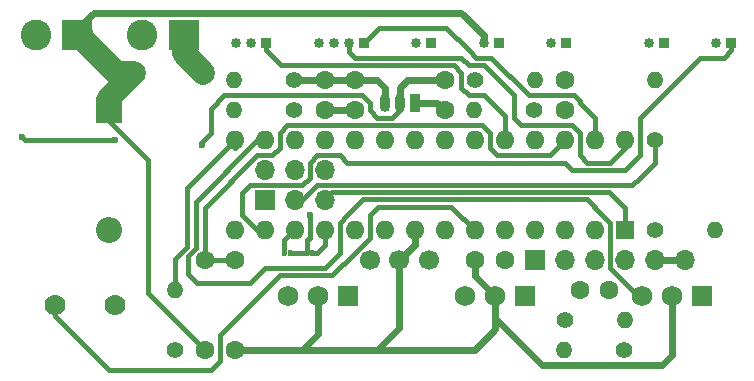
<source format=gtl>
G04 #@! TF.FileFunction,Copper,L1,Top,Signal*
%FSLAX46Y46*%
G04 Gerber Fmt 4.6, Leading zero omitted, Abs format (unit mm)*
G04 Created by KiCad (PCBNEW 4.0.7) date 08/08/19 19:02:58*
%MOMM*%
%LPD*%
G01*
G04 APERTURE LIST*
%ADD10C,0.100000*%
%ADD11R,2.200000X2.200000*%
%ADD12O,2.200000X2.200000*%
%ADD13C,2.000000*%
%ADD14C,1.778000*%
%ADD15R,1.700000X1.700000*%
%ADD16O,1.700000X1.700000*%
%ADD17C,1.750000*%
%ADD18R,1.750000X1.750000*%
%ADD19R,1.600000X1.600000*%
%ADD20O,1.600000X1.600000*%
%ADD21R,2.600000X2.600000*%
%ADD22C,2.600000*%
%ADD23C,1.700000*%
%ADD24C,1.400000*%
%ADD25O,1.400000X1.400000*%
%ADD26C,1.600000*%
%ADD27O,0.900000X1.500000*%
%ADD28R,0.900000X1.500000*%
%ADD29R,0.850000X0.850000*%
%ADD30C,0.850000*%
%ADD31R,0.400000X0.600000*%
%ADD32C,0.600000*%
%ADD33C,0.406400*%
%ADD34C,0.609600*%
%ADD35C,2.032000*%
G04 APERTURE END LIST*
D10*
D11*
X125720000Y-92615000D03*
D12*
X125720000Y-102775000D03*
D13*
X127900000Y-89440000D03*
X133700000Y-89440000D03*
D14*
X126228000Y-109125000D03*
X121148000Y-109125000D03*
D15*
X161788000Y-105315000D03*
D16*
X164328000Y-105315000D03*
X166868000Y-105315000D03*
X169408000Y-105315000D03*
X171948000Y-105315000D03*
X174488000Y-105315000D03*
D17*
X170918000Y-108365000D03*
X173458000Y-108365000D03*
D18*
X175998000Y-108365000D03*
D19*
X169408000Y-102775000D03*
D20*
X136388000Y-95155000D03*
X166868000Y-102775000D03*
X138928000Y-95155000D03*
X164328000Y-102775000D03*
X141468000Y-95155000D03*
X161788000Y-102775000D03*
X144008000Y-95155000D03*
X159248000Y-102775000D03*
X146548000Y-95155000D03*
X156708000Y-102775000D03*
X149088000Y-95155000D03*
X154168000Y-102775000D03*
X151628000Y-95155000D03*
X151628000Y-102775000D03*
X154168000Y-95155000D03*
X149088000Y-102775000D03*
X156708000Y-95155000D03*
X146548000Y-102775000D03*
X159248000Y-95155000D03*
X144008000Y-102775000D03*
X161788000Y-95155000D03*
X141468000Y-102775000D03*
X164328000Y-95155000D03*
X138928000Y-102775000D03*
X166868000Y-95155000D03*
X136388000Y-102775000D03*
X169408000Y-95155000D03*
D21*
X132070000Y-86265000D03*
D22*
X128570000Y-86265000D03*
D21*
X123053000Y-86265000D03*
D22*
X119553000Y-86265000D03*
D23*
X147818000Y-105315000D03*
X150318000Y-105315000D03*
X152818000Y-105315000D03*
D24*
X164368000Y-110395000D03*
D25*
X169448000Y-110395000D03*
D24*
X169368000Y-112935000D03*
D25*
X164288000Y-112935000D03*
D26*
X154168000Y-90075000D03*
X154168000Y-92575000D03*
X146548000Y-90075000D03*
X146548000Y-92575000D03*
X159248000Y-105315000D03*
X156748000Y-105315000D03*
D27*
X150358000Y-91980000D03*
X149088000Y-91980000D03*
D28*
X151628000Y-91980000D03*
D26*
X144008000Y-90075000D03*
X144008000Y-92575000D03*
X165598000Y-107855000D03*
X168098000Y-107855000D03*
D24*
X171988000Y-102775000D03*
D25*
X177068000Y-102775000D03*
D26*
X164328000Y-92615000D03*
X164328000Y-90115000D03*
D24*
X156748000Y-90075000D03*
D25*
X161828000Y-90075000D03*
D24*
X161748000Y-92615000D03*
D25*
X156668000Y-92615000D03*
D17*
X155918000Y-108365000D03*
X158458000Y-108365000D03*
D18*
X160998000Y-108365000D03*
D17*
X140918000Y-108365000D03*
X143458000Y-108365000D03*
D18*
X145998000Y-108365000D03*
D24*
X141428000Y-92615000D03*
D25*
X136348000Y-92615000D03*
D24*
X141428000Y-90075000D03*
D25*
X136348000Y-90075000D03*
D24*
X171948000Y-95115000D03*
D25*
X171948000Y-90035000D03*
D26*
X133848000Y-105315000D03*
X133848000Y-112935000D03*
X136388000Y-105315000D03*
X136388000Y-112935000D03*
D24*
X131308000Y-112895000D03*
D25*
X131308000Y-107815000D03*
D15*
X138928000Y-100235000D03*
D16*
X138928000Y-97695000D03*
X141468000Y-100235000D03*
X141468000Y-97695000D03*
X144008000Y-100235000D03*
X144008000Y-97695000D03*
D29*
X158740000Y-86900000D03*
D30*
X157490000Y-86900000D03*
D29*
X147310000Y-86900000D03*
D30*
X146060000Y-86900000D03*
X144810000Y-86900000D03*
X143560000Y-86900000D03*
D29*
X153025000Y-86900000D03*
D30*
X151775000Y-86900000D03*
D29*
X178425000Y-86900000D03*
D30*
X177175000Y-86900000D03*
D29*
X164455000Y-86900000D03*
D30*
X163205000Y-86900000D03*
D29*
X139055000Y-86900000D03*
D30*
X137805000Y-86900000D03*
X136555000Y-86900000D03*
D31*
X140583000Y-104680000D03*
X141083000Y-104680000D03*
D29*
X172710000Y-86900000D03*
D30*
X171460000Y-86900000D03*
D31*
X142988000Y-104680000D03*
X142488000Y-104680000D03*
D32*
X142738000Y-101505000D03*
X118354000Y-94901000D03*
X126228000Y-95155000D03*
X133594000Y-95536000D03*
D33*
X169408000Y-102775000D02*
X169408000Y-100870000D01*
X144671598Y-99571402D02*
X144008000Y-100235000D01*
X168109402Y-99571402D02*
X144671598Y-99571402D01*
X169408000Y-100870000D02*
X168109402Y-99571402D01*
X169408000Y-102140000D02*
X169408000Y-102775000D01*
X142488000Y-104680000D02*
X142488000Y-103660000D01*
X142738000Y-103410000D02*
X142738000Y-101505000D01*
X142488000Y-103660000D02*
X142738000Y-103410000D01*
X142488000Y-104680000D02*
X141083000Y-104680000D01*
D34*
X151628000Y-91980000D02*
X153573000Y-91980000D01*
X153573000Y-91980000D02*
X154168000Y-92575000D01*
X144008000Y-92575000D02*
X146548000Y-92575000D01*
X150318000Y-105315000D02*
X150318000Y-111070000D01*
X150318000Y-111070000D02*
X148453000Y-112935000D01*
X151628000Y-102775000D02*
X151628000Y-104005000D01*
X151628000Y-104005000D02*
X150318000Y-105315000D01*
X143458000Y-108365000D02*
X143458000Y-111580000D01*
X143458000Y-111580000D02*
X142103000Y-112935000D01*
X158458000Y-108365000D02*
X158458000Y-111185000D01*
X158458000Y-111185000D02*
X156708000Y-112935000D01*
X156708000Y-112935000D02*
X148453000Y-112935000D01*
X148453000Y-112935000D02*
X142103000Y-112935000D01*
X142103000Y-112935000D02*
X136388000Y-112935000D01*
X173458000Y-108365000D02*
X173458000Y-113330000D01*
X158458000Y-110240000D02*
X158458000Y-108365000D01*
X162423000Y-114205000D02*
X158458000Y-110240000D01*
X172583000Y-114205000D02*
X162423000Y-114205000D01*
X173458000Y-113330000D02*
X172583000Y-114205000D01*
X174488000Y-105315000D02*
X171948000Y-105315000D01*
X173218000Y-108125000D02*
X173458000Y-108365000D01*
X156748000Y-105315000D02*
X156748000Y-106655000D01*
X156748000Y-106655000D02*
X158458000Y-108365000D01*
D33*
X159248000Y-95155000D02*
X159248000Y-93123000D01*
X155565000Y-89440000D02*
X154930000Y-88805000D01*
X155565000Y-90710000D02*
X155565000Y-89440000D01*
X156200000Y-91345000D02*
X155565000Y-90710000D01*
X157470000Y-91345000D02*
X156200000Y-91345000D01*
X159248000Y-93123000D02*
X157470000Y-91345000D01*
X140960000Y-88805000D02*
X140325000Y-88805000D01*
X139055000Y-87535000D02*
X139055000Y-86900000D01*
X140325000Y-88805000D02*
X139055000Y-87535000D01*
X140833000Y-88805000D02*
X140960000Y-88805000D01*
X140960000Y-88805000D02*
X154930000Y-88805000D01*
X133848000Y-104045000D02*
X133848000Y-100870000D01*
X133848000Y-105315000D02*
X133848000Y-104045000D01*
X133848000Y-100870000D02*
X138293000Y-96425000D01*
X136388000Y-105315000D02*
X133848000Y-105315000D01*
X142103000Y-93885000D02*
X140833000Y-93885000D01*
X139563000Y-96425000D02*
X138293000Y-96425000D01*
X140198000Y-95790000D02*
X139563000Y-96425000D01*
X140198000Y-94520000D02*
X140198000Y-95790000D01*
X140833000Y-93885000D02*
X140198000Y-94520000D01*
X164328000Y-95155000D02*
X163058000Y-96425000D01*
X158613000Y-96425000D02*
X163058000Y-96425000D01*
X157978000Y-95790000D02*
X158613000Y-96425000D01*
X157978000Y-94520000D02*
X157978000Y-95790000D01*
X157343000Y-93885000D02*
X157978000Y-94520000D01*
X142103000Y-93885000D02*
X157343000Y-93885000D01*
X156200000Y-87535000D02*
X154295000Y-85630000D01*
X148580000Y-85630000D02*
X147310000Y-86900000D01*
X154295000Y-85630000D02*
X148580000Y-85630000D01*
X158105000Y-88170000D02*
X156835000Y-88170000D01*
X156835000Y-88170000D02*
X156200000Y-87535000D01*
X165598000Y-91980000D02*
X165598000Y-91853000D01*
X161280000Y-91345000D02*
X158105000Y-88170000D01*
X165090000Y-91345000D02*
X161280000Y-91345000D01*
X165598000Y-91853000D02*
X165090000Y-91345000D01*
X166868000Y-93250000D02*
X166868000Y-95155000D01*
X165598000Y-91980000D02*
X166868000Y-93250000D01*
X147183000Y-88170000D02*
X146548000Y-88170000D01*
X155565000Y-88170000D02*
X147183000Y-88170000D01*
X160645000Y-93885000D02*
X160010000Y-93250000D01*
X160010000Y-93250000D02*
X160010000Y-91345000D01*
X160010000Y-91345000D02*
X157470000Y-88805000D01*
X163820000Y-93885000D02*
X160645000Y-93885000D01*
X156200000Y-88805000D02*
X155565000Y-88170000D01*
X157470000Y-88805000D02*
X156200000Y-88805000D01*
X146060000Y-87682000D02*
X146060000Y-86900000D01*
X146548000Y-88170000D02*
X146060000Y-87682000D01*
X169408000Y-95155000D02*
X169408000Y-95790000D01*
X169408000Y-95790000D02*
X168138000Y-97060000D01*
X168138000Y-97060000D02*
X166233000Y-97060000D01*
X166233000Y-97060000D02*
X165598000Y-96425000D01*
X165598000Y-96425000D02*
X165598000Y-94520000D01*
X165598000Y-94520000D02*
X164963000Y-93885000D01*
X164963000Y-93885000D02*
X163820000Y-93885000D01*
X163820000Y-93885000D02*
X163693000Y-93885000D01*
X169408000Y-95155000D02*
X169408000Y-95790000D01*
X118608000Y-95155000D02*
X118354000Y-94901000D01*
X118608000Y-95155000D02*
X126228000Y-95155000D01*
X131308000Y-107815000D02*
X131308000Y-105188000D01*
X132324000Y-99219000D02*
X136388000Y-95155000D01*
X132324000Y-104172000D02*
X132324000Y-99219000D01*
X131308000Y-105188000D02*
X132324000Y-104172000D01*
X136388000Y-95155000D02*
X136388000Y-95790000D01*
X178425000Y-86900000D02*
X178425000Y-87535000D01*
X177790000Y-88170000D02*
X175758000Y-88170000D01*
X178425000Y-87535000D02*
X177790000Y-88170000D01*
X138928000Y-102775000D02*
X138293000Y-102775000D01*
X138293000Y-102775000D02*
X137023000Y-101505000D01*
X137023000Y-101505000D02*
X137023000Y-99600000D01*
X137023000Y-99600000D02*
X137658000Y-98965000D01*
X137658000Y-98965000D02*
X140833000Y-98965000D01*
X140833000Y-98965000D02*
X142103000Y-98965000D01*
X169408000Y-97695000D02*
X170678000Y-96425000D01*
X164963000Y-97695000D02*
X169408000Y-97695000D01*
X164328000Y-97060000D02*
X164963000Y-97695000D01*
X161153000Y-97060000D02*
X164328000Y-97060000D01*
X145913000Y-97060000D02*
X161153000Y-97060000D01*
X145278000Y-96425000D02*
X145913000Y-97060000D01*
X143373000Y-96425000D02*
X145278000Y-96425000D01*
X142738000Y-97060000D02*
X143373000Y-96425000D01*
X142738000Y-98330000D02*
X142738000Y-97060000D01*
X142103000Y-98965000D02*
X142738000Y-98330000D01*
X170678000Y-93250000D02*
X175758000Y-88170000D01*
X170678000Y-96425000D02*
X170678000Y-93250000D01*
X140583000Y-104680000D02*
X140583000Y-103660000D01*
X140583000Y-103660000D02*
X141468000Y-102775000D01*
X144008000Y-102775000D02*
X144008000Y-104045000D01*
X143373000Y-104680000D02*
X142988000Y-104680000D01*
X144008000Y-104045000D02*
X143373000Y-104680000D01*
X121148000Y-109125000D02*
X121148000Y-110014000D01*
X121148000Y-110014000D02*
X125720000Y-114586000D01*
X125720000Y-114586000D02*
X134356000Y-114586000D01*
X134356000Y-114586000D02*
X135118000Y-113824000D01*
X135118000Y-113824000D02*
X135118000Y-111665000D01*
X135118000Y-111665000D02*
X137023000Y-109760000D01*
X146548000Y-104680000D02*
X144643000Y-106585000D01*
X156708000Y-102775000D02*
X154717206Y-100784206D01*
X148538794Y-100784206D02*
X154717206Y-100784206D01*
X147818000Y-101505000D02*
X148538794Y-100784206D01*
X147818000Y-103410000D02*
X147818000Y-101505000D01*
X146548000Y-104680000D02*
X147818000Y-103410000D01*
X144643000Y-106585000D02*
X140198000Y-106585000D01*
X137023000Y-109760000D02*
X140198000Y-106585000D01*
X141468000Y-100235000D02*
X142103000Y-100235000D01*
X142103000Y-100235000D02*
X143373000Y-98965000D01*
X170043000Y-98965000D02*
X170678000Y-98330000D01*
X143373000Y-98965000D02*
X170043000Y-98965000D01*
X170678000Y-98330000D02*
X171948000Y-97060000D01*
X171948000Y-95115000D02*
X171948000Y-97060000D01*
D34*
X146548000Y-90075000D02*
X148453000Y-90075000D01*
X149088000Y-90710000D02*
X149088000Y-91980000D01*
X148453000Y-90075000D02*
X149088000Y-90710000D01*
X144008000Y-90075000D02*
X146548000Y-90075000D01*
X141428000Y-90075000D02*
X144008000Y-90075000D01*
D33*
X133213000Y-107220000D02*
X132451000Y-106458000D01*
X138928000Y-105950000D02*
X137658000Y-107220000D01*
X137658000Y-107220000D02*
X133213000Y-107220000D01*
X144008000Y-105950000D02*
X138928000Y-105950000D01*
X133086000Y-100362000D02*
X138293000Y-95155000D01*
X133086000Y-102013000D02*
X133086000Y-100362000D01*
X133086000Y-104299000D02*
X133086000Y-102013000D01*
X132451000Y-104934000D02*
X133086000Y-104299000D01*
X132451000Y-106458000D02*
X132451000Y-104934000D01*
X138293000Y-95155000D02*
X138928000Y-95155000D01*
X138928000Y-95155000D02*
X138293000Y-95155000D01*
X144008000Y-105978598D02*
X144008000Y-105950000D01*
X138928000Y-95155000D02*
X138928000Y-94520000D01*
X145278000Y-103410000D02*
X145278000Y-104680000D01*
X145278000Y-103410000D02*
X145278000Y-102140000D01*
X145278000Y-102140000D02*
X145913000Y-101505000D01*
X147240196Y-100177804D02*
X145913000Y-101505000D01*
X166233000Y-100177804D02*
X147240196Y-100177804D01*
X166868000Y-100812804D02*
X166233000Y-100177804D01*
X166868000Y-100812804D02*
X166868000Y-100870000D01*
X145278000Y-104680000D02*
X144008000Y-105950000D01*
X168138000Y-105950000D02*
X170553000Y-108365000D01*
X166868000Y-100870000D02*
X168138000Y-102140000D01*
X168138000Y-102140000D02*
X168138000Y-105950000D01*
X166810804Y-100812804D02*
X166868000Y-100870000D01*
X170553000Y-108365000D02*
X170918000Y-108365000D01*
D35*
X132070000Y-86265000D02*
X132070000Y-87810000D01*
X132070000Y-87810000D02*
X133700000Y-89440000D01*
D34*
X123053000Y-86265000D02*
X123053000Y-85757000D01*
X123053000Y-85757000D02*
X124450000Y-84360000D01*
X157490000Y-86285000D02*
X157490000Y-86900000D01*
X155565000Y-84360000D02*
X157490000Y-86285000D01*
X124450000Y-84360000D02*
X155565000Y-84360000D01*
D33*
X125720000Y-92615000D02*
X125720000Y-93504000D01*
X125720000Y-93504000D02*
X129022000Y-96806000D01*
X129022000Y-108109000D02*
X133848000Y-112935000D01*
X129022000Y-96806000D02*
X129022000Y-108109000D01*
D35*
X123053000Y-86265000D02*
X123180000Y-86265000D01*
X123180000Y-86265000D02*
X126355000Y-89440000D01*
X126355000Y-89440000D02*
X127900000Y-89440000D01*
X125720000Y-92615000D02*
X125720000Y-91620000D01*
X125720000Y-91620000D02*
X127900000Y-89440000D01*
D34*
X123053000Y-86265000D02*
X123053000Y-86011000D01*
D35*
X123053000Y-86265000D02*
X123455000Y-86265000D01*
D33*
X134356000Y-92488000D02*
X135499000Y-91345000D01*
X134356000Y-94520000D02*
X134356000Y-92488000D01*
X133594000Y-95282000D02*
X134356000Y-94520000D01*
X147183000Y-91345000D02*
X135499000Y-91345000D01*
X149751598Y-93250000D02*
X148453000Y-93250000D01*
X148453000Y-93250000D02*
X147818000Y-92615000D01*
X147818000Y-92615000D02*
X147818000Y-91980000D01*
X147818000Y-91980000D02*
X147183000Y-91345000D01*
X149751598Y-93250000D02*
X150358000Y-92643598D01*
X133594000Y-95536000D02*
X133594000Y-95282000D01*
X150358000Y-91980000D02*
X150358000Y-92643598D01*
D34*
X150358000Y-91980000D02*
X150358000Y-90710000D01*
X150993000Y-90075000D02*
X154168000Y-90075000D01*
X150358000Y-90710000D02*
X150993000Y-90075000D01*
M02*

</source>
